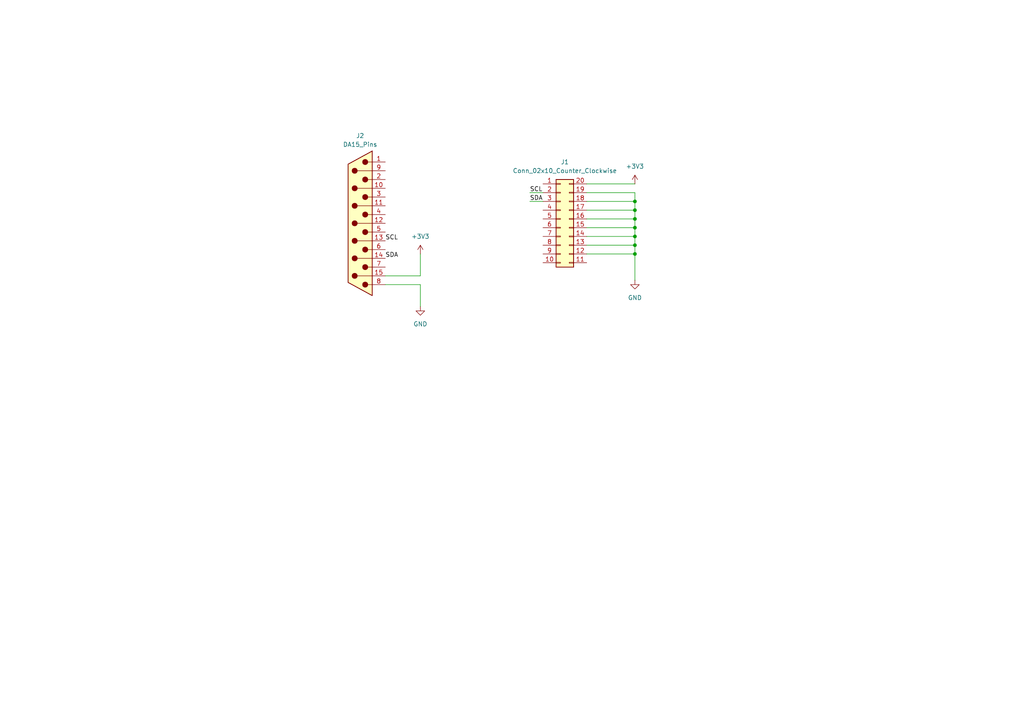
<source format=kicad_sch>
(kicad_sch (version 20250114) (generator "eeschema") (generator_version "9.0")
  (paper "A4")
  (lib_symbols
    (symbol "Connector:DA15_Pins" (pin_names (offset 1.016) (hide yes))
      (property "Reference" "J" (at 0.508 21.59 0))
      (property "Value" "DA15_Pins" (at 0 -22.225 0))
      (symbol "DA15_Pins_0_1"
        (polyline (pts (xy -3.81 17.78) (xy -2.54 17.78)))
        (polyline (pts (xy -3.81 15.24) (xy 0.508 15.24)))
        (polyline (pts (xy -3.81 12.7) (xy -2.54 12.7)))
        (polyline (pts (xy -3.81 10.16) (xy 0.508 10.16)))
        (polyline (pts (xy -3.81 7.62) (xy -2.54 7.62)))
        (polyline (pts (xy -3.81 5.08) (xy 0.508 5.08)))
        (polyline (pts (xy -3.81 2.54) (xy -2.54 2.54)))
        (polyline (pts (xy -3.81 0) (xy 0.508 0)))
        (polyline (pts (xy -3.81 -2.54) (xy -2.54 -2.54)))
        (polyline (pts (xy -3.81 -5.08) (xy 0.508 -5.08)))
        (polyline (pts (xy -3.81 -7.62) (xy -2.54 -7.62)))
        (polyline (pts (xy -3.81 -10.16) (xy 0.508 -10.16)))
        (polyline (pts (xy -3.81 -12.7) (xy -2.54 -12.7)))
        (polyline (pts (xy -3.81 -15.24) (xy 0.508 -15.24)))
        (polyline (pts (xy -3.81 -17.78) (xy -2.54 -17.78)))
        (polyline (pts (xy -3.81 -20.955) (xy 3.175 -17.145) (xy 3.175 17.145) (xy -3.81 20.955) (xy -3.81 -20.955)) (stroke (width 0.254)) (fill (type background)))
        (circle (center -1.778 17.78) (radius 0.762) (fill (type outline)))
        (circle (center -1.778 12.7) (radius 0.762) (fill (type outline)))
        (circle (center -1.778 7.62) (radius 0.762) (fill (type outline)))
        (circle (center -1.778 2.54) (radius 0.762) (fill (type outline)))
        (circle (center -1.778 -2.54) (radius 0.762) (fill (type outline)))
        (circle (center -1.778 -7.62) (radius 0.762) (fill (type outline)))
        (circle (center -1.778 -12.7) (radius 0.762) (fill (type outline)))
        (circle (center -1.778 -17.78) (radius 0.762) (fill (type outline)))
        (circle (center 1.27 15.24) (radius 0.762) (fill (type outline)))
        (circle (center 1.27 10.16) (radius 0.762) (fill (type outline)))
        (circle (center 1.27 5.08) (radius 0.762) (fill (type outline)))
        (circle (center 1.27 0) (radius 0.762) (fill (type outline)))
        (circle (center 1.27 -5.08) (radius 0.762) (fill (type outline)))
        (circle (center 1.27 -10.16) (radius 0.762) (fill (type outline)))
        (circle (center 1.27 -15.24) (radius 0.762) (fill (type outline)))
      )
      (symbol "DA15_Pins_1_1"
        (pin passive line (at -7.62 17.78 0) (length 3.81) (name "8") (number "8"))
        (pin passive line (at -7.62 15.24 0) (length 3.81) (name "P15") (number "15"))
        (pin passive line (at -7.62 12.7 0) (length 3.81) (name "7") (number "7"))
        (pin passive line (at -7.62 10.16 0) (length 3.81) (name "P14") (number "14"))
        (pin passive line (at -7.62 7.62 0) (length 3.81) (name "6") (number "6"))
        (pin passive line (at -7.62 5.08 0) (length 3.81) (name "P13") (number "13"))
        (pin passive line (at -7.62 2.54 0) (length 3.81) (name "5") (number "5"))
        (pin passive line (at -7.62 0 0) (length 3.81) (name "P12") (number "12"))
        (pin passive line (at -7.62 -2.54 0) (length 3.81) (name "4") (number "4"))
        (pin passive line (at -7.62 -5.08 0) (length 3.81) (name "P111") (number "11"))
        (pin passive line (at -7.62 -7.62 0) (length 3.81) (name "3") (number "3"))
        (pin passive line (at -7.62 -10.16 0) (length 3.81) (name "P10") (number "10"))
        (pin passive line (at -7.62 -12.7 0) (length 3.81) (name "2") (number "2"))
        (pin passive line (at -7.62 -15.24 0) (length 3.81) (name "P9") (number "9"))
        (pin passive line (at -7.62 -17.78 0) (length 3.81) (name "1") (number "1"))
      )
    )
    (symbol "Connector_Generic:Conn_02x10_Counter_Clockwise" (pin_names (offset 1.016) (hide yes))
      (property "Reference" "J" (at 1.27 12.7 0))
      (property "Value" "Conn_02x10_Counter_Clockwise" (at 1.27 -15.24 0))
      (symbol "Conn_02x10_Counter_Clockwise_1_1"
        (rectangle (start -1.27 11.43) (end 3.81 -13.97) (stroke (width 0.254)) (fill (type background)))
        (rectangle (start -1.27 10.287) (end 0 10.033) (stroke (width 0.1524)))
        (rectangle (start -1.27 7.747) (end 0 7.493) (stroke (width 0.1524)))
        (rectangle (start -1.27 5.207) (end 0 4.953) (stroke (width 0.1524)))
        (rectangle (start -1.27 2.667) (end 0 2.413) (stroke (width 0.1524)))
        (rectangle (start -1.27 0.127) (end 0 -0.127) (stroke (width 0.1524)))
        (rectangle (start -1.27 -2.413) (end 0 -2.667) (stroke (width 0.1524)))
        (rectangle (start -1.27 -4.953) (end 0 -5.207) (stroke (width 0.1524)))
        (rectangle (start -1.27 -7.493) (end 0 -7.747) (stroke (width 0.1524)))
        (rectangle (start -1.27 -10.033) (end 0 -10.287) (stroke (width 0.1524)))
        (rectangle (start -1.27 -12.573) (end 0 -12.827) (stroke (width 0.1524)))
        (rectangle (start 3.81 10.287) (end 2.54 10.033) (stroke (width 0.1524)))
        (rectangle (start 3.81 7.747) (end 2.54 7.493) (stroke (width 0.1524)))
        (rectangle (start 3.81 5.207) (end 2.54 4.953) (stroke (width 0.1524)))
        (rectangle (start 3.81 2.667) (end 2.54 2.413) (stroke (width 0.1524)))
        (rectangle (start 3.81 0.127) (end 2.54 -0.127) (stroke (width 0.1524)))
        (rectangle (start 3.81 -2.413) (end 2.54 -2.667) (stroke (width 0.1524)))
        (rectangle (start 3.81 -4.953) (end 2.54 -5.207) (stroke (width 0.1524)))
        (rectangle (start 3.81 -7.493) (end 2.54 -7.747) (stroke (width 0.1524)))
        (rectangle (start 3.81 -10.033) (end 2.54 -10.287) (stroke (width 0.1524)))
        (rectangle (start 3.81 -12.573) (end 2.54 -12.827) (stroke (width 0.1524)))
        (pin passive line (at -5.08 10.16 0) (length 3.81) (name "Pin_1") (number "1"))
        (pin passive line (at -5.08 7.62 0) (length 3.81) (name "Pin_2") (number "2"))
        (pin passive line (at -5.08 5.08 0) (length 3.81) (name "Pin_3") (number "3"))
        (pin passive line (at -5.08 2.54 0) (length 3.81) (name "Pin_4") (number "4"))
        (pin passive line (at -5.08 0 0) (length 3.81) (name "Pin_5") (number "5"))
        (pin passive line (at -5.08 -2.54 0) (length 3.81) (name "Pin_6") (number "6"))
        (pin passive line (at -5.08 -5.08 0) (length 3.81) (name "Pin_7") (number "7"))
        (pin passive line (at -5.08 -7.62 0) (length 3.81) (name "Pin_8") (number "8"))
        (pin passive line (at -5.08 -10.16 0) (length 3.81) (name "Pin_9") (number "9"))
        (pin passive line (at -5.08 -12.7 0) (length 3.81) (name "Pin_10") (number "10"))
        (pin passive line (at 7.62 10.16 180) (length 3.81) (name "Pin_20") (number "20"))
        (pin passive line (at 7.62 7.62 180) (length 3.81) (name "Pin_19") (number "19"))
        (pin passive line (at 7.62 5.08 180) (length 3.81) (name "Pin_18") (number "18"))
        (pin passive line (at 7.62 2.54 180) (length 3.81) (name "Pin_17") (number "17"))
        (pin passive line (at 7.62 0 180) (length 3.81) (name "Pin_16") (number "16"))
        (pin passive line (at 7.62 -2.54 180) (length 3.81) (name "Pin_15") (number "15"))
        (pin passive line (at 7.62 -5.08 180) (length 3.81) (name "Pin_14") (number "14"))
        (pin passive line (at 7.62 -7.62 180) (length 3.81) (name "Pin_13") (number "13"))
        (pin passive line (at 7.62 -10.16 180) (length 3.81) (name "Pin_12") (number "12"))
        (pin passive line (at 7.62 -12.7 180) (length 3.81) (name "Pin_11") (number "11"))
      )
    )
    (symbol "power:+3V3" (power) (pin_numbers (hide yes)) (pin_names (offset 0) (hide yes))
      (property "Value" "+3V3" (at 0 3.556 0))
      (symbol "+3V3_0_1"
        (polyline (pts (xy -0.762 1.27) (xy 0 2.54)))
        (polyline (pts (xy 0 2.54) (xy 0.762 1.27)))
        (polyline (pts (xy 0 0) (xy 0 2.54)))
      )
      (symbol "+3V3_1_1"
        (pin power_in line (at 0 0 90) (length 0) (name "~") (number "1"))
      )
    )
    (symbol "power:GND" (power) (pin_numbers (hide yes)) (pin_names (offset 0) (hide yes))
      (property "Value" "GND" (at 0 -3.81 0))
      (symbol "GND_0_1"
        (polyline (pts (xy 0 0) (xy 0 -1.27) (xy 1.27 -1.27) (xy 0 -2.54) (xy -1.27 -1.27) (xy 0 -1.27)))
      )
      (symbol "GND_1_1"
        (pin power_in line (at 0 0 270) (length 0) (name "~") (number "1"))
      )
    )
  )
  (junction (at 184.15 68.58))
  (junction (at 184.15 63.5))
  (junction (at 184.15 60.96))
  (junction (at 184.15 66.04))
  (junction (at 184.15 58.42))
  (junction (at 184.15 71.12))
  (junction (at 184.15 73.66))
  (wire (pts (xy 121.92 82.55) (xy 111.76 82.55)))
  (wire (pts (xy 111.76 80.01) (xy 121.92 80.01)))
  (wire (pts (xy 170.18 66.04) (xy 184.15 66.04)))
  (wire (pts (xy 121.92 88.9) (xy 121.92 82.55)))
  (wire (pts (xy 170.18 55.88) (xy 184.15 55.88)))
  (wire (pts (xy 170.18 73.66) (xy 184.15 73.66)))
  (wire (pts (xy 184.15 66.04) (xy 184.15 68.58)))
  (wire (pts (xy 170.18 58.42) (xy 184.15 58.42)))
  (wire (pts (xy 121.92 80.01) (xy 121.92 73.66)))
  (wire (pts (xy 153.67 58.42) (xy 157.48 58.42)))
  (wire (pts (xy 170.18 71.12) (xy 184.15 71.12)))
  (wire (pts (xy 184.15 63.5) (xy 184.15 66.04)))
  (wire (pts (xy 170.18 60.96) (xy 184.15 60.96)))
  (wire (pts (xy 184.15 68.58) (xy 184.15 71.12)))
  (wire (pts (xy 153.67 55.88) (xy 157.48 55.88)))
  (wire (pts (xy 184.15 81.28) (xy 184.15 73.66)))
  (wire (pts (xy 170.18 68.58) (xy 184.15 68.58)))
  (wire (pts (xy 184.15 58.42) (xy 184.15 60.96)))
  (wire (pts (xy 184.15 53.34) (xy 170.18 53.34)))
  (wire (pts (xy 184.15 71.12) (xy 184.15 73.66)))
  (wire (pts (xy 184.15 55.88) (xy 184.15 58.42)))
  (wire (pts (xy 184.15 60.96) (xy 184.15 63.5)))
  (wire (pts (xy 170.18 63.5) (xy 184.15 63.5)))
  (label "SCL" (at 153.67 55.88 0))
  (label "SCL" (at 111.76 69.85 0))
  (label "SDA" (at 111.76 74.93 0))
  (label "SDA" (at 153.67 58.42 0))
  (symbol (lib_id "Connector:DA15_Pins") (at 104.14 64.77 180) (unit 1)
    (property "Reference" "J2" (at 104.4575 39.37 0))
    (property "Value" "DA15_Pins" (at 104.4575 41.91 0))
    (property "Footprint" "Connector_Dsub:DSUB-15_Pins_Vertical_P2.77x2.84mm" (effects (hide yes)))
    (property "Description" "15-pin D-SUB connector, pins (male) (low-density/2 columns)" (effects (hide yes)))
  )
  (symbol (lib_id "power:+3V3") (at 184.15 53.34 0) (unit 1)
    (property "Reference" "#PWR04" (effects (hide yes)))
    (property "Value" "+3V3" (at 184.15 48.26 0))
    (property "Description" "Power symbol creates a global label with name \"+3V3\"" (effects (hide yes)))
  )
  (symbol (lib_id "Connector_Generic:Conn_02x10_Counter_Clockwise") (at 162.56 63.5 0) (unit 1)
    (property "Reference" "J1" (at 163.83 46.99 0))
    (property "Value" "Conn_02x10_Counter_Clockwise" (at 163.83 49.53 0))
    (property "Footprint" "Connector_PinSocket_2.00mm:PinSocket_2x10_P2.00mm_Horizontal" (effects (hide yes)))
    (property "Description" "Generic connector, double row, 02x10, counter clockwise pin numbering scheme (similar to DIP package numbering), script generated (kicad-library-utils/schlib/autogen/connector/)" (effects (hide yes)))
  )
  (symbol (lib_id "power:GND") (at 121.92 88.9 0) (unit 1)
    (property "Reference" "#PWR02" (effects (hide yes)))
    (property "Value" "GND" (at 121.92 93.98 0))
    (property "Description" "Power symbol creates a global label with name \"GND\" , ground" (effects (hide yes)))
  )
  (symbol (lib_id "power:GND") (at 184.15 81.28 0) (unit 1)
    (property "Reference" "#PWR01" (effects (hide yes)))
    (property "Value" "GND" (at 184.15 86.36 0))
    (property "Description" "Power symbol creates a global label with name \"GND\" , ground" (effects (hide yes)))
  )
  (symbol (lib_id "power:+3V3") (at 121.92 73.66 0) (unit 1)
    (property "Reference" "#PWR03" (effects (hide yes)))
    (property "Value" "+3V3" (at 121.92 68.58 0))
    (property "Description" "Power symbol creates a global label with name \"+3V3\"" (effects (hide yes)))
  )
)
</source>
